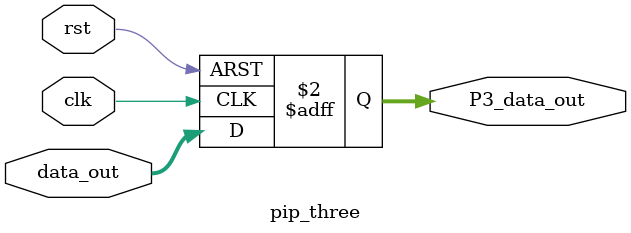
<source format=v>
module pip_three (clk, rst, data_out, P3_data_out);

    input clk, rst;
    input [31:0] data_out;
    output reg [31:0] P3_data_out;


    always @(posedge clk , posedge rst) begin
        if(rst) begin
            P3_data_out <= {32{1'b0}};
        end
        else begin
            P3_data_out <= data_out;
        end
    end

endmodule
</source>
